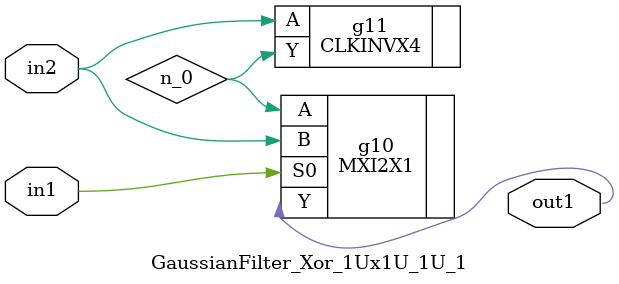
<source format=v>
`timescale 1ps / 1ps


module GaussianFilter_Xor_1Ux1U_1U_1(in2, in1, out1);
  input in2, in1;
  output out1;
  wire in2, in1;
  wire out1;
  wire n_0;
  MXI2X1 g10(.A (n_0), .B (in2), .S0 (in1), .Y (out1));
  CLKINVX4 g11(.A (in2), .Y (n_0));
endmodule



</source>
